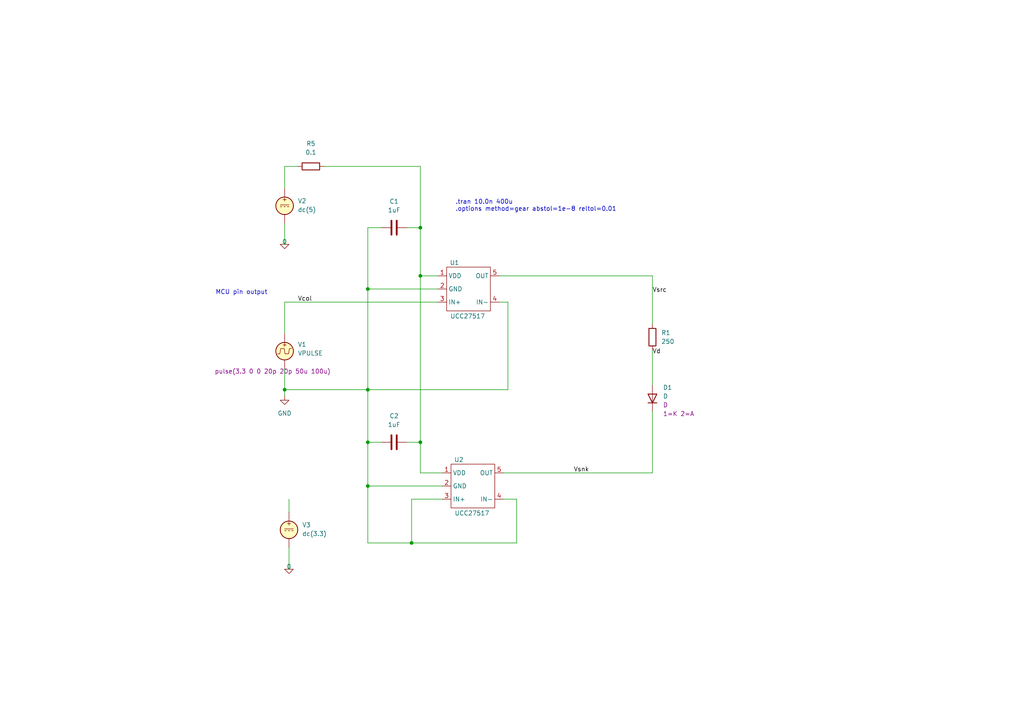
<source format=kicad_sch>
(kicad_sch (version 20250114) (generator "eeschema") (generator_version "9.0")
  (paper "A4")
  (lib_symbols
    (symbol "Device:C" (pin_numbers (hide yes)) (pin_names (offset 0.254))
      (property "Reference" "C" (at 0.635 2.54 0))
      (property "Value" "C" (at 0.635 -2.54 0))
      (symbol "C_0_1"
        (polyline (pts (xy -2.032 0.762) (xy 2.032 0.762)) (stroke (width 0.508)))
        (polyline (pts (xy -2.032 -0.762) (xy 2.032 -0.762)) (stroke (width 0.508)))
      )
      (symbol "C_1_1"
        (pin passive line (at 0 3.81 270) (length 2.794) (name "~") (number "1"))
        (pin passive line (at 0 -3.81 90) (length 2.794) (name "~") (number "2"))
      )
    )
    (symbol "Device:R" (pin_numbers (hide yes)) (pin_names (offset 0))
      (property "Reference" "R" (at 2.032 0 90))
      (property "Value" "R" (at 0 0 90))
      (symbol "R_0_1"
        (rectangle (start -1.016 -2.54) (end 1.016 2.54) (stroke (width 0.254)))
      )
      (symbol "R_1_1"
        (pin passive line (at 0 3.81 270) (length 1.27) (name "~") (number "1"))
        (pin passive line (at 0 -3.81 90) (length 1.27) (name "~") (number "2"))
      )
    )
    (symbol "Simulation_SPICE:0" (power) (pin_names (offset 0))
      (property "Value" "0" (at 0 -1.778 0))
      (symbol "0_0_1"
        (polyline (pts (xy -1.27 0) (xy 0 -1.27) (xy 1.27 0) (xy -1.27 0)))
      )
      (symbol "0_1_1"
        (pin power_in line (at 0 0 0) (length 0) (hide yes) (name "0") (number "1"))
      )
    )
    (symbol "Simulation_SPICE:D" (pin_numbers (hide yes)) (pin_names (offset 1.016) (hide yes))
      (property "Reference" "D" (at 0 2.54 0))
      (property "Value" "D" (at 0 -2.54 0))
      (property "Sim.Device" "D" (at 0 0 0))
      (property "Sim.Pins" "1=K 2=A" (at 0 0 0))
      (symbol "D_0_1"
        (polyline (pts (xy -1.27 1.27) (xy -1.27 -1.27)) (stroke (width 0.254)))
        (polyline (pts (xy 1.27 1.27) (xy 1.27 -1.27) (xy -1.27 0) (xy 1.27 1.27)) (stroke (width 0.254)))
        (polyline (pts (xy 1.27 0) (xy -1.27 0)))
      )
      (symbol "D_1_1"
        (pin passive line (at -3.81 0 0) (length 2.54) (name "K") (number "1"))
        (pin passive line (at 3.81 0 180) (length 2.54) (name "A") (number "2"))
      )
    )
    (symbol "Simulation_SPICE:VDC" (pin_numbers (hide yes)) (pin_names (offset 0.0254))
      (property "Reference" "V" (at 2.54 2.54 0))
      (property "Value" "1" (at 2.54 0 0))
      (symbol "VDC_0_0"
        (polyline (pts (xy -1.27 0.254) (xy 1.27 0.254)))
        (polyline (pts (xy -0.762 -0.254) (xy -1.27 -0.254)))
        (polyline (pts (xy 0.254 -0.254) (xy -0.254 -0.254)))
        (polyline (pts (xy 1.27 -0.254) (xy 0.762 -0.254)))
        (text "+" (at 0 1.905 0) (effects (font (size 1.27 1.27))))
      )
      (symbol "VDC_0_1"
        (circle (center 0 0) (radius 2.54) (stroke (width 0.254)) (fill (type background)))
      )
      (symbol "VDC_1_1"
        (pin passive line (at 0 5.08 270) (length 2.54) (name "~") (number "1"))
        (pin passive line (at 0 -5.08 90) (length 2.54) (name "~") (number "2"))
      )
    )
    (symbol "Simulation_SPICE:VPULSE" (pin_numbers (hide yes)) (pin_names (offset 0.0254))
      (property "Reference" "V" (at 2.54 2.54 0))
      (property "Value" "VPULSE" (at 2.54 0 0))
      (property "Sim.Params" "y1=0 y2=1 td=2n tr=2n tf=2n tw=50n per=100n" (at 2.54 -2.54 0))
      (symbol "VPULSE_0_0"
        (polyline (pts (xy -2.032 -0.762) (xy -1.397 -0.762) (xy -1.143 0.762) (xy -0.127 0.762) (xy 0.127 -0.762) (xy 1.143 -0.762) (xy 1.397 0.762) (xy 2.032 0.762)))
        (text "+" (at 0 1.905 0) (effects (font (size 1.27 1.27))))
      )
      (symbol "VPULSE_0_1"
        (circle (center 0 0) (radius 2.54) (stroke (width 0.254)) (fill (type background)))
      )
      (symbol "VPULSE_1_1"
        (pin passive line (at 0 5.08 270) (length 2.54) (name "~") (number "1"))
        (pin passive line (at 0 -5.08 90) (length 2.54) (name "~") (number "2"))
      )
    )
    (symbol "gate_driver:UCC27517"
      (property "Reference" "U" (at -5.334 7.366 0))
      (property "Value" "UCC27517" (at 0.254 -7.62 0))
      (symbol "UCC27517_0_1"
        (rectangle (start -6.35 6.35) (end 6.35 -6.35))
      )
      (symbol "UCC27517_1_1"
        (pin power_in line (at -8.89 3.81 0) (length 2.54) (name "VDD") (number "1"))
        (pin power_in line (at -8.89 0 0) (length 2.54) (name "GND") (number "2"))
        (pin input line (at -8.89 -3.81 0) (length 2.54) (name "IN+") (number "3"))
        (pin output line (at 8.89 3.81 180) (length 2.54) (name "OUT") (number "5"))
        (pin input line (at 8.89 -3.81 180) (length 2.54) (name "IN-") (number "4"))
      )
    )
    (symbol "power:GND" (power) (pin_names (offset 0))
      (property "Value" "GND" (at 0 -3.81 0))
      (symbol "GND_0_1"
        (polyline (pts (xy 0 0) (xy 0 -1.27) (xy 1.27 -1.27) (xy 0 -2.54) (xy -1.27 -1.27) (xy 0 -1.27)))
      )
      (symbol "GND_1_1"
        (pin power_in line (at 0 0 270) (length 0) (hide yes) (name "GND") (number "1"))
      )
    )
  )
  (text "MCU pin output" (at 62.484 85.598 0) (effects (font (size 1.27 1.27)) (justify left bottom)))
  (text ".tran 10.0n 400u\n.options method=gear abstol=1e-8 reltol=0.01" (at 132.08 61.468 0) (effects (font (size 1.27 1.27)) (justify left bottom)))
  (junction (at 82.55 113.03))
  (junction (at 106.68 113.03))
  (junction (at 121.92 66.04))
  (junction (at 119.38 157.48))
  (junction (at 121.92 80.01))
  (junction (at 121.92 128.27))
  (junction (at 106.68 128.27))
  (junction (at 106.68 140.97))
  (junction (at 106.68 83.82))
  (wire (pts (xy 82.55 113.03) (xy 82.55 114.808)))
  (wire (pts (xy 83.82 144.78) (xy 83.82 148.59)))
  (wire (pts (xy 106.68 128.27) (xy 110.49 128.27)))
  (wire (pts (xy 189.23 119.38) (xy 189.23 137.16)))
  (wire (pts (xy 144.78 80.01) (xy 189.23 80.01)))
  (wire (pts (xy 147.32 87.63) (xy 147.32 113.03)))
  (wire (pts (xy 106.68 83.82) (xy 106.68 113.03)))
  (wire (pts (xy 128.27 137.16) (xy 121.92 137.16)))
  (wire (pts (xy 189.23 80.01) (xy 189.23 93.98)))
  (wire (pts (xy 82.55 113.03) (xy 106.68 113.03)))
  (wire (pts (xy 106.68 113.03) (xy 147.32 113.03)))
  (wire (pts (xy 106.68 66.04) (xy 106.68 83.82)))
  (wire (pts (xy 119.38 157.48) (xy 149.86 157.48)))
  (wire (pts (xy 119.38 144.78) (xy 119.38 157.48)))
  (wire (pts (xy 106.68 157.48) (xy 119.38 157.48)))
  (wire (pts (xy 83.82 158.75) (xy 83.82 165.1)))
  (wire (pts (xy 146.05 144.78) (xy 149.86 144.78)))
  (wire (pts (xy 82.55 106.934) (xy 82.55 113.03)))
  (wire (pts (xy 121.92 66.04) (xy 121.92 80.01)))
  (wire (pts (xy 128.27 144.78) (xy 119.38 144.78)))
  (wire (pts (xy 82.55 87.63) (xy 82.55 96.774)))
  (wire (pts (xy 106.68 66.04) (xy 110.49 66.04)))
  (wire (pts (xy 146.05 137.16) (xy 189.23 137.16)))
  (wire (pts (xy 149.86 144.78) (xy 149.86 157.48)))
  (wire (pts (xy 121.92 137.16) (xy 121.92 128.27)))
  (wire (pts (xy 147.32 87.63) (xy 144.78 87.63)))
  (wire (pts (xy 82.55 54.61) (xy 82.55 48.26)))
  (wire (pts (xy 118.11 66.04) (xy 121.92 66.04)))
  (wire (pts (xy 106.68 157.48) (xy 106.68 140.97)))
  (wire (pts (xy 82.55 48.26) (xy 86.36 48.26)))
  (wire (pts (xy 93.98 48.26) (xy 121.92 48.26)))
  (wire (pts (xy 106.68 83.82) (xy 127 83.82)))
  (wire (pts (xy 121.92 48.26) (xy 121.92 66.04)))
  (wire (pts (xy 106.68 113.03) (xy 106.68 128.27)))
  (wire (pts (xy 106.68 140.97) (xy 128.27 140.97)))
  (wire (pts (xy 82.55 64.77) (xy 82.55 70.866)))
  (wire (pts (xy 189.23 101.6) (xy 189.23 111.76)))
  (wire (pts (xy 121.92 80.01) (xy 127 80.01)))
  (wire (pts (xy 118.11 128.27) (xy 121.92 128.27)))
  (wire (pts (xy 106.68 128.27) (xy 106.68 140.97)))
  (wire (pts (xy 121.92 128.27) (xy 121.92 80.01)))
  (wire (pts (xy 82.55 87.63) (xy 127 87.63)))
  (label "Vsnk" (at 166.37 137.16 0))
  (label "Vsrc" (at 189.23 85.09 0))
  (label "Vd" (at 189.23 102.87 0))
  (label "Vcol" (at 86.36 87.63 0))
  (symbol (lib_id "Simulation_SPICE:0") (at 83.82 165.1 0) (unit 1)
    (property "Reference" "#GND03" (effects (hide yes)))
    (property "Value" "0" (at 83.82 164.338 0))
  )
  (symbol (lib_id "Simulation_SPICE:VDC") (at 83.82 153.67 0) (unit 1)
    (property "Reference" "V3" (at 87.63 152.2701 0) (effects (justify left)))
    (property "Value" "dc(3.3)" (at 87.63 154.8101 0) (effects (justify left)))
    (property "Sim.Pins" "1=+ 2=-" (effects (hide yes)))
    (property "Sim.Type" "DC" (effects (hide yes)))
    (property "Sim.Device" "V" (effects (hide yes)))
  )
  (symbol (lib_id "Simulation_SPICE:0") (at 82.55 70.866 0) (unit 1)
    (property "Reference" "#GND02" (effects (hide yes)))
    (property "Value" "0" (at 82.55 70.104 0))
  )
  (symbol (lib_id "Device:R") (at 189.23 97.79 0) (unit 1)
    (property "Reference" "R1" (at 191.77 96.5199 0) (effects (justify left)))
    (property "Value" "250" (at 191.77 99.0599 0) (effects (justify left)))
  )
  (symbol (lib_id "Device:R") (at 90.17 48.26 90) (unit 1)
    (property "Reference" "R5" (at 90.17 41.656 90))
    (property "Value" "0.1" (at 90.17 44.196 90))
  )
  (symbol (lib_id "Device:C") (at 114.3 128.27 90) (unit 1)
    (property "Reference" "C2" (at 114.3 120.65 90))
    (property "Value" "1uF" (at 114.3 123.19 90))
    (property "Description" "Unpolarized capacitor" (effects (hide yes)))
  )
  (symbol (lib_id "Simulation_SPICE:VDC") (at 82.55 59.69 0) (unit 1)
    (property "Reference" "V2" (at 86.36 58.2901 0) (effects (justify left)))
    (property "Value" "dc(5)" (at 86.36 60.8301 0) (effects (justify left)))
    (property "Sim.Pins" "1=+ 2=-" (effects (hide yes)))
    (property "Sim.Type" "DC" (effects (hide yes)))
    (property "Sim.Device" "V" (effects (hide yes)))
  )
  (symbol (lib_id "gate_driver:UCC27517") (at 135.89 83.82 0) (unit 1)
    (property "Reference" "U1" (at 131.826 76.2 0))
    (property "Value" "UCC27517" (at 135.636 91.694 0))
    (property "Sim.Library" "UCC27517_TRANS.LIB" (effects (hide yes)))
    (property "Sim.Name" "UCC27517_TRANS" (effects (hide yes)))
    (property "Sim.Device" "SUBCKT" (effects (hide yes)))
    (property "Sim.Pins" "1=VDD 2=GND 3=IN+ 4=IN- 5=OUT" (effects (hide yes)))
  )
  (symbol (lib_id "Device:C") (at 114.3 66.04 270) (unit 1)
    (property "Reference" "C1" (at 114.3 58.42 90))
    (property "Value" "1uF" (at 114.3 60.96 90))
    (property "Description" "Unpolarized capacitor" (effects (hide yes)))
  )
  (symbol (lib_id "Simulation_SPICE:VPULSE") (at 82.55 101.854 0) (unit 1)
    (property "Reference" "V1" (at 86.36 99.9132 0) (effects (justify left)))
    (property "Value" "VPULSE" (at 86.36 102.4532 0) (effects (justify left)))
    (property "Sim.Pins" "1=+ 2=-" (effects (hide yes)))
    (property "Sim.Type" "PULSE" (effects (hide yes)))
    (property "Sim.Device" "V" (effects (hide yes)))
    (property "Sim.Params" "pulse(3.3 0 0 20p 20p 50u 100u)" (at 62.23 107.696 0) (effects (justify left)))
  )
  (symbol (lib_id "power:GND") (at 82.55 114.808 0) (unit 1)
    (property "Reference" "#PWR01" (effects (hide yes)))
    (property "Value" "GND" (at 82.55 119.888 0))
  )
  (symbol (lib_id "gate_driver:UCC27517") (at 137.16 140.97 0) (unit 1)
    (property "Reference" "U2" (at 133.096 133.35 0))
    (property "Value" "UCC27517" (at 136.906 148.844 0))
    (property "Sim.Library" "UCC27517_TRANS.LIB" (effects (hide yes)))
    (property "Sim.Name" "UCC27517_TRANS" (effects (hide yes)))
    (property "Sim.Device" "SUBCKT" (effects (hide yes)))
    (property "Sim.Pins" "1=VDD 2=GND 3=IN+ 4=IN- 5=OUT" (effects (hide yes)))
  )
  (symbol (lib_id "Simulation_SPICE:D") (at 189.23 115.57 90) (unit 1)
    (property "Reference" "D1" (at 192.278 112.395 90) (effects (justify right)))
    (property "Value" "D" (at 192.278 114.935 90) (effects (justify right)))
    (property "Sim.Device" "D" (at 192.278 117.475 90) (effects (justify right)))
    (property "Sim.Pins" "1=K 2=A" (at 192.278 120.015 90) (effects (justify right)))
    (property "Sim.Params" "is=23.4p rs=0 n=3.94" (effects (hide yes)))
  )
)
</source>
